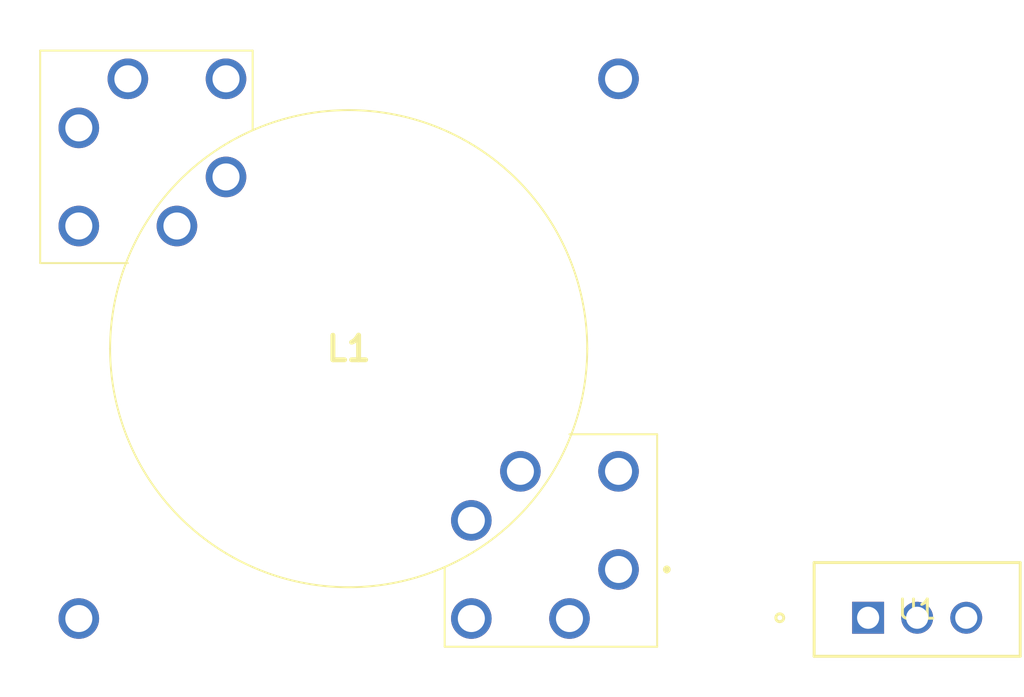
<source format=kicad_pcb>
(kicad_pcb (version 20241229) (generator "pcbnew") (generator_version "9.0")
  (layers (0 "F.Cu" signal) (2 "B.Cu" signal) (13 "F.Paste" user) (15 "B.Paste" user) (5 "F.SilkS" user "F.Silkscreen") (7 "B.SilkS" user "B.Silkscreen") (1 "F.Mask" user) (3 "B.Mask" user) (25 "Edge.Cuts" user))
  (net 0 "")
  (footprint "Samacsys:B65816N1012D001" (layer "F.Cu") (at 102.5 78)
    (property "Reference" "L1" (at -13.97 -11.43 0) (layer "F.SilkS") (effects (font (size 1.27 1.27) (thickness 0.254))))
    (property "Value" "B65816N1012D001" (hide yes))
    (fp_line (start -29.94 -26.86) (end -29.94 -15.86) (stroke (width 0.1)) (layer "F.SilkS"))
    (fp_line (start -29.94 -15.86) (end -25.4 -15.86) (stroke (width 0.1)) (layer "F.SilkS"))
    (fp_line (start -26.32 -11.43) (end -26.32 -11.43) (stroke (width 0.1)) (layer "F.SilkS"))
    (fp_line (start -18.94 -26.86) (end -29.94 -26.86) (stroke (width 0.1)) (layer "F.SilkS"))
    (fp_line (start -18.94 -22.76) (end -18.94 -26.86) (stroke (width 0.1)) (layer "F.SilkS"))
    (fp_line (start -9 -0.1) (end -9 4) (stroke (width 0.1)) (layer "F.SilkS"))
    (fp_line (start -9 4) (end 2 4) (stroke (width 0.1)) (layer "F.SilkS"))
    (fp_line (start -1.62 -11.43) (end -1.62 -11.43) (stroke (width 0.1)) (layer "F.SilkS"))
    (fp_line (start 2 -7) (end -2.54 -7) (stroke (width 0.1)) (layer "F.SilkS"))
    (fp_line (start 2 4) (end 2 -7) (stroke (width 0.1)) (layer "F.SilkS"))
    (fp_line (start 2.5 -0.1) (end 2.5 -0.1) (stroke (width 0.2)) (layer "F.SilkS"))
    (fp_line (start 2.5 0.1) (end 2.5 0.1) (stroke (width 0.2)) (layer "F.SilkS"))
    (fp_arc (start -26.32 -11.43) (mid -13.97 -23.78) (end -1.62 -11.43) (stroke (width 0.1)) (layer "F.SilkS"))
    (fp_arc (start -1.62 -11.43) (mid -13.97 0.92) (end -26.32 -11.43) (stroke (width 0.1)) (layer "F.SilkS"))
    (fp_arc (start 2.5 -0.1) (mid 2.6 0) (end 2.5 0.1) (stroke (width 0.2)) (layer "F.SilkS"))
    (fp_arc (start 2.5 0.1) (mid 2.4 0) (end 2.5 -0.1) (stroke (width 0.2)) (layer "F.SilkS"))
    (pad "1" thru_hole circle (at 0 0) (size 2.1 2.1) (drill 1.4) (layers "*.Cu" "*.Mask"))
    (pad "2" thru_hole circle (at 0 -5.08) (size 2.1 2.1) (drill 1.4) (layers "*.Cu" "*.Mask"))
    (pad "3" thru_hole circle (at -5.08 -5.08) (size 2.1 2.1) (drill 1.4) (layers "*.Cu" "*.Mask"))
    (pad "4" thru_hole circle (at -20.32 -20.32) (size 2.1 2.1) (drill 1.4) (layers "*.Cu" "*.Mask"))
    (pad "5" thru_hole circle (at -20.32 -25.4) (size 2.1 2.1) (drill 1.4) (layers "*.Cu" "*.Mask"))
    (pad "6" thru_hole circle (at -25.4 -25.4) (size 2.1 2.1) (drill 1.4) (layers "*.Cu" "*.Mask"))
    (pad "7" thru_hole circle (at -27.94 -22.86) (size 2.1 2.1) (drill 1.4) (layers "*.Cu" "*.Mask"))
    (pad "8" thru_hole circle (at -27.94 -17.78) (size 2.1 2.1) (drill 1.4) (layers "*.Cu" "*.Mask"))
    (pad "9" thru_hole circle (at -22.86 -17.78) (size 2.1 2.1) (drill 1.4) (layers "*.Cu" "*.Mask"))
    (pad "10" thru_hole circle (at -7.62 -2.54) (size 2.1 2.1) (drill 1.4) (layers "*.Cu" "*.Mask"))
    (pad "11" thru_hole circle (at -7.62 2.54) (size 2.1 2.1) (drill 1.4) (layers "*.Cu" "*.Mask"))
    (pad "12" thru_hole circle (at -2.54 2.54) (size 2.1 2.1) (drill 1.4) (layers "*.Cu" "*.Mask"))
    (pad "G1" thru_hole circle (at 0 -25.4) (size 2.1 2.1) (drill 1.4) (layers "*.Cu" "*.Mask"))
    (pad "G2" thru_hole circle (at -27.94 2.54) (size 2.1 2.1) (drill 1.4) (layers "*.Cu" "*.Mask"))
  )
  (footprint "Snapeda:TO-220_STM" (layer "F.Cu") (at 115.42 80.5)
    (property "Reference" "U1" (at 2.54 -0.4318 0) (layer "F.SilkS"))
    (property "Value" "STP16NF06")
    (fp_line (start -2.794 -2.8575) (end -2.794 1.9939) (stroke (width 0.1524)) (layer "F.SilkS"))
    (fp_line (start -2.794 1.9939) (end 7.874 1.9939) (stroke (width 0.1524)) (layer "F.SilkS"))
    (fp_line (start 7.874 -2.8575) (end -2.794 -2.8575) (stroke (width 0.1524)) (layer "F.SilkS"))
    (fp_line (start 7.874 1.9939) (end 7.874 -2.8575) (stroke (width 0.1524)) (layer "F.SilkS"))
    (fp_circle (center -4.572 0) (end -4.3688 0) (stroke (width 0.1524)) (fill no) (layer "F.SilkS"))
    (pad "1" thru_hole rect (at 0 0) (size 1.651 1.651) (drill 1.143) (layers "*.Cu" "*.Mask"))
    (pad "2" thru_hole circle (at 2.54 0) (size 1.651 1.651) (drill 1.143) (layers "*.Cu" "*.Mask"))
    (pad "3" thru_hole circle (at 5.08 0) (size 1.651 1.651) (drill 1.143) (layers "*.Cu" "*.Mask"))
  )
)
</source>
